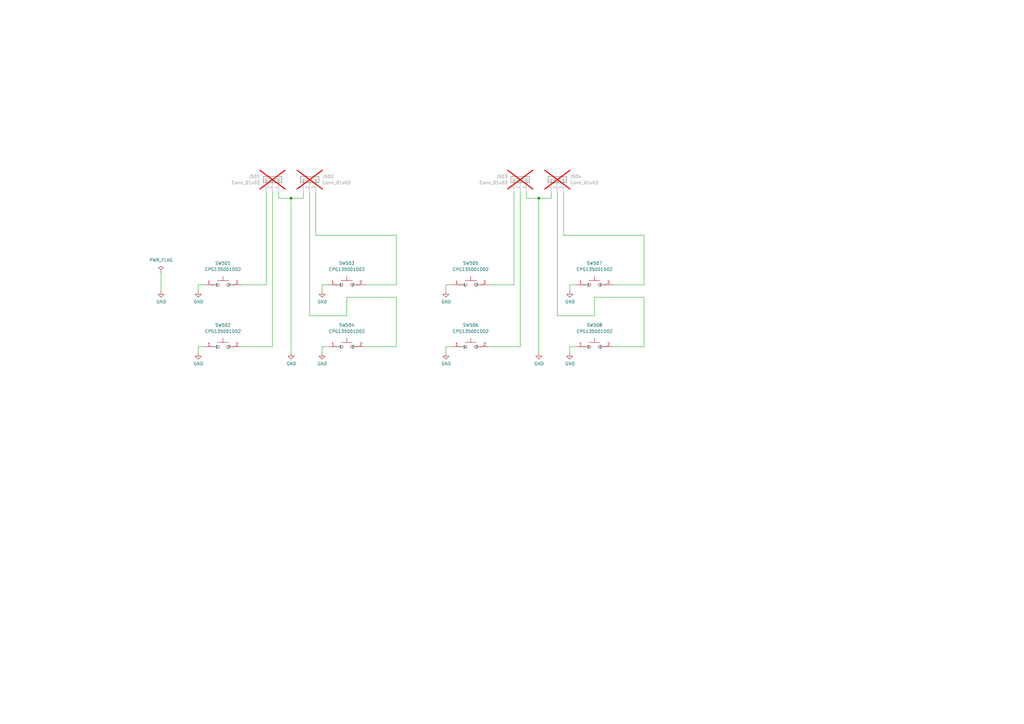
<source format=kicad_sch>
(kicad_sch (version 20231120) (generator "eeschema") (generator_version "8.0")
  (paper "A3")
  (lib_symbols
    (symbol "Connector_Generic:Conn_01x03" (pin_names (offset 1.016) hide)
      (property "Reference" "J" (at 0 5.08 0))
      (property "Value" "Conn_01x03" (at 0 -5.08 0))
      (symbol "Conn_01x03_1_1"
        (rectangle (start -1.27 -2.413) (end 0 -2.667) (stroke (width 0.1524)))
        (rectangle (start -1.27 0.127) (end 0 -0.127) (stroke (width 0.1524)))
        (rectangle (start -1.27 2.667) (end 0 2.413) (stroke (width 0.1524)))
        (rectangle (start -1.27 3.81) (end 1.27 -3.81) (stroke (width 0.254)) (fill (type background)))
        (pin passive line (at -5.08 2.54 0) (length 3.81) (name "Pin_1") (number "1"))
        (pin passive line (at -5.08 0 0) (length 3.81) (name "Pin_2") (number "2"))
        (pin passive line (at -5.08 -2.54 0) (length 3.81) (name "Pin_3") (number "3"))
      )
    )
    (symbol "power:GND" (power) (pin_names (offset 0))
      (property "Value" "GND" (at 0 -3.81 0))
      (symbol "GND_0_1"
        (polyline (pts (xy 0 0) (xy 0 -1.27) (xy 1.27 -1.27) (xy 0 -2.54) (xy -1.27 -1.27) (xy 0 -1.27)))
      )
      (symbol "GND_1_1"
        (pin power_in line (at 0 0 270) (length 0) hide (name "GND") (number "1"))
      )
    )
    (symbol "power:PWR_FLAG" (power) (pin_numbers hide) (pin_names (offset 0) hide)
      (property "Value" "PWR_FLAG" (at 0 3.81 0))
      (symbol "PWR_FLAG_0_0"
        (pin power_out line (at 0 0 90) (length 0) (name "pwr") (number "1"))
      )
      (symbol "PWR_FLAG_0_1"
        (polyline (pts (xy 0 0) (xy 0 1.27) (xy -1.016 1.905) (xy 0 2.54) (xy 1.016 1.905) (xy 0 1.27)))
      )
    )
    (symbol "suku_basics:CPG135001D02"
      (property "Reference" "SW" (at 0 2.54 0))
      (property "Value" "CPG135001D02" (at 0 -7.62 0))
      (symbol "CPG135001D02_0_1"
        (circle (center -2.03 -2.54) (radius 0.51))
        (polyline (pts (xy -5.08 -2.54) (xy -2.54 -2.54)))
        (polyline (pts (xy -2.29 -0.76) (xy 2.29 -0.76)))
        (polyline (pts (xy 0 -0.76) (xy 0 1.02)))
        (polyline (pts (xy 5.08 -2.54) (xy 2.54 -2.54)))
        (circle (center 2.03 -2.54) (radius 0.51))
        (pin unspecified line (at -7.62 -2.54 0) (length 3.81) (name "1") (number "1"))
        (pin unspecified line (at 7.62 -2.54 180) (length 3.81) (name "2") (number "2"))
      )
    )
  )
  (junction (at 220.98 81.28))
  (junction (at 119.38 81.28))
  (wire (pts (xy 129.54 96.52) (xy 162.56 96.52)))
  (wire (pts (xy 251.46 142.24) (xy 264.16 142.24)))
  (wire (pts (xy 251.46 116.84) (xy 264.16 116.84)))
  (wire (pts (xy 119.38 81.28) (xy 124.46 81.28)))
  (wire (pts (xy 81.28 116.84) (xy 81.28 119.38)))
  (wire (pts (xy 182.88 116.84) (xy 182.88 119.38)))
  (wire (pts (xy 220.98 144.78) (xy 220.98 81.28)))
  (wire (pts (xy 149.86 116.84) (xy 162.56 116.84)))
  (wire (pts (xy 228.6 129.54) (xy 243.84 129.54)))
  (wire (pts (xy 66.04 111.76) (xy 66.04 119.38)))
  (wire (pts (xy 129.54 78.74) (xy 129.54 96.52)))
  (wire (pts (xy 132.08 116.84) (xy 132.08 119.38)))
  (wire (pts (xy 149.86 142.24) (xy 162.56 142.24)))
  (wire (pts (xy 264.16 142.24) (xy 264.16 121.92)))
  (wire (pts (xy 127 78.74) (xy 127 129.54)))
  (wire (pts (xy 132.08 142.24) (xy 132.08 144.78)))
  (wire (pts (xy 185.42 142.24) (xy 182.88 142.24)))
  (wire (pts (xy 142.24 129.54) (xy 127 129.54)))
  (wire (pts (xy 83.82 116.84) (xy 81.28 116.84)))
  (wire (pts (xy 99.06 142.24) (xy 111.76 142.24)))
  (wire (pts (xy 236.22 142.24) (xy 233.68 142.24)))
  (wire (pts (xy 215.9 81.28) (xy 215.9 78.74)))
  (wire (pts (xy 182.88 142.24) (xy 182.88 144.78)))
  (wire (pts (xy 99.06 116.84) (xy 109.22 116.84)))
  (wire (pts (xy 200.66 142.24) (xy 213.36 142.24)))
  (wire (pts (xy 210.82 78.74) (xy 210.82 116.84)))
  (wire (pts (xy 213.36 78.74) (xy 213.36 142.24)))
  (wire (pts (xy 142.24 121.92) (xy 142.24 129.54)))
  (wire (pts (xy 83.82 142.24) (xy 81.28 142.24)))
  (wire (pts (xy 162.56 142.24) (xy 162.56 121.92)))
  (wire (pts (xy 231.14 96.52) (xy 264.16 96.52)))
  (wire (pts (xy 220.98 81.28) (xy 215.9 81.28)))
  (wire (pts (xy 162.56 121.92) (xy 142.24 121.92)))
  (wire (pts (xy 124.46 81.28) (xy 124.46 78.74)))
  (wire (pts (xy 236.22 116.84) (xy 233.68 116.84)))
  (wire (pts (xy 233.68 142.24) (xy 233.68 144.78)))
  (wire (pts (xy 231.14 78.74) (xy 231.14 96.52)))
  (wire (pts (xy 233.68 116.84) (xy 233.68 119.38)))
  (wire (pts (xy 264.16 116.84) (xy 264.16 96.52)))
  (wire (pts (xy 185.42 116.84) (xy 182.88 116.84)))
  (wire (pts (xy 200.66 116.84) (xy 210.82 116.84)))
  (wire (pts (xy 228.6 78.74) (xy 228.6 129.54)))
  (wire (pts (xy 134.62 142.24) (xy 132.08 142.24)))
  (wire (pts (xy 134.62 116.84) (xy 132.08 116.84)))
  (wire (pts (xy 264.16 121.92) (xy 243.84 121.92)))
  (wire (pts (xy 109.22 78.74) (xy 109.22 116.84)))
  (wire (pts (xy 81.28 142.24) (xy 81.28 144.78)))
  (wire (pts (xy 162.56 116.84) (xy 162.56 96.52)))
  (wire (pts (xy 114.3 81.28) (xy 114.3 78.74)))
  (wire (pts (xy 119.38 81.28) (xy 114.3 81.28)))
  (wire (pts (xy 243.84 121.92) (xy 243.84 129.54)))
  (wire (pts (xy 226.06 81.28) (xy 226.06 78.74)))
  (wire (pts (xy 220.98 81.28) (xy 226.06 81.28)))
  (wire (pts (xy 119.38 144.78) (xy 119.38 81.28)))
  (wire (pts (xy 111.76 78.74) (xy 111.76 142.24)))
  (symbol (lib_id "power:GND") (at 233.68 144.78 0) (unit 1)
    (property "Reference" "#PWR0511" (effects (hide yes)))
    (property "Value" "GND" (at 233.807 149.1742 0))
  )
  (symbol (lib_id "suku_basics:CPG135001D02") (at 142.24 114.3 0) (unit 1)
    (property "Reference" "SW503" (at 142.24 107.95 0))
    (property "Value" "CPG135001D02" (at 142.24 110.49 0))
    (property "Footprint" "suku_basics:KEY-TH_CPG135001D0X" (effects (hide yes)))
    (property "Datasheet" "https://lcsc.com/product-detail/Tactile-Switches_Kailh-CPG135001D02_C400230.html" (effects (hide yes)))
    (property "LCSC Part" "C400230" (effects (hide yes)))
  )
  (symbol (lib_id "power:GND") (at 182.88 144.78 0) (unit 1)
    (property "Reference" "#PWR0508" (effects (hide yes)))
    (property "Value" "GND" (at 183.007 149.1742 0))
  )
  (symbol (lib_id "suku_basics:CPG135001D02") (at 243.84 139.7 0) (unit 1)
    (property "Reference" "SW508" (at 243.84 133.35 0))
    (property "Value" "CPG135001D02" (at 243.84 135.89 0))
    (property "Footprint" "suku_basics:KEY-TH_CPG135001D0X" (effects (hide yes)))
    (property "Datasheet" "https://lcsc.com/product-detail/Tactile-Switches_Kailh-CPG135001D02_C400230.html" (effects (hide yes)))
    (property "LCSC Part" "C400230" (effects (hide yes)))
  )
  (symbol (lib_id "power:GND") (at 66.04 119.38 0) (unit 1)
    (property "Reference" "#PWR0501" (effects (hide yes)))
    (property "Value" "GND" (at 66.167 123.7742 0))
  )
  (symbol (lib_id "power:GND") (at 81.28 144.78 0) (unit 1)
    (property "Reference" "#PWR0503" (effects (hide yes)))
    (property "Value" "GND" (at 81.407 149.1742 0))
  )
  (symbol (lib_id "Connector_Generic:Conn_01x03") (at 228.6 73.66 90) (unit 1) (in_bom no) (dnp yes)
    (property "Reference" "J504" (at 233.68 72.3899 90) (effects (justify right)))
    (property "Value" "Conn_01x03" (at 233.68 74.9299 90) (effects (justify right)))
    (property "Footprint" "suku_basics:VSNX-BUTTON-SOLDER" (effects (hide yes)))
    (property "Description" "Generic connector, single row, 01x03, script generated (kicad-library-utils/schlib/autogen/connector/)" (effects (hide yes)))
  )
  (symbol (lib_id "power:GND") (at 220.98 144.78 0) (unit 1)
    (property "Reference" "#PWR0509" (effects (hide yes)))
    (property "Value" "GND" (at 221.107 149.1742 0))
  )
  (symbol (lib_id "suku_basics:CPG135001D02") (at 142.24 139.7 0) (unit 1)
    (property "Reference" "SW504" (at 142.24 133.35 0))
    (property "Value" "CPG135001D02" (at 142.24 135.89 0))
    (property "Footprint" "suku_basics:KEY-TH_CPG135001D0X" (effects (hide yes)))
    (property "Datasheet" "https://lcsc.com/product-detail/Tactile-Switches_Kailh-CPG135001D02_C400230.html" (effects (hide yes)))
    (property "LCSC Part" "C400230" (effects (hide yes)))
  )
  (symbol (lib_id "Connector_Generic:Conn_01x03") (at 111.76 73.66 270) (mirror x) (unit 1) (in_bom no) (dnp yes)
    (property "Reference" "J501" (at 106.68 72.3899 90) (effects (justify right)))
    (property "Value" "Conn_01x03" (at 106.68 74.9299 90) (effects (justify right)))
    (property "Footprint" "suku_basics:VSNX-BUTTON-SOLDER" (effects (hide yes)))
    (property "Description" "Generic connector, single row, 01x03, script generated (kicad-library-utils/schlib/autogen/connector/)" (effects (hide yes)))
  )
  (symbol (lib_id "suku_basics:CPG135001D02") (at 91.44 139.7 0) (unit 1)
    (property "Reference" "SW502" (at 91.44 133.35 0))
    (property "Value" "CPG135001D02" (at 91.44 135.89 0))
    (property "Footprint" "suku_basics:KEY-TH_CPG135001D0X" (effects (hide yes)))
    (property "Datasheet" "https://lcsc.com/product-detail/Tactile-Switches_Kailh-CPG135001D02_C400230.html" (effects (hide yes)))
    (property "LCSC Part" "C400230" (effects (hide yes)))
  )
  (symbol (lib_id "power:GND") (at 233.68 119.38 0) (unit 1)
    (property "Reference" "#PWR0510" (effects (hide yes)))
    (property "Value" "GND" (at 233.807 123.7742 0))
  )
  (symbol (lib_id "power:GND") (at 132.08 144.78 0) (unit 1)
    (property "Reference" "#PWR0506" (effects (hide yes)))
    (property "Value" "GND" (at 132.207 149.1742 0))
  )
  (symbol (lib_id "power:GND") (at 182.88 119.38 0) (unit 1)
    (property "Reference" "#PWR0507" (effects (hide yes)))
    (property "Value" "GND" (at 183.007 123.7742 0))
  )
  (symbol (lib_id "Connector_Generic:Conn_01x03") (at 213.36 73.66 270) (mirror x) (unit 1) (in_bom no) (dnp yes)
    (property "Reference" "J503" (at 208.28 72.3899 90) (effects (justify right)))
    (property "Value" "Conn_01x03" (at 208.28 74.9299 90) (effects (justify right)))
    (property "Footprint" "suku_basics:VSNX-BUTTON-SOLDER" (effects (hide yes)))
    (property "Description" "Generic connector, single row, 01x03, script generated (kicad-library-utils/schlib/autogen/connector/)" (effects (hide yes)))
  )
  (symbol (lib_id "power:GND") (at 132.08 119.38 0) (unit 1)
    (property "Reference" "#PWR0505" (effects (hide yes)))
    (property "Value" "GND" (at 132.207 123.7742 0))
  )
  (symbol (lib_id "power:PWR_FLAG") (at 66.04 111.76 0) (unit 1)
    (property "Reference" "#FLG0501" (effects (hide yes)))
    (property "Value" "PWR_FLAG" (at 66.04 106.68 0))
  )
  (symbol (lib_id "suku_basics:CPG135001D02") (at 91.44 114.3 0) (unit 1)
    (property "Reference" "SW501" (at 91.44 107.95 0))
    (property "Value" "CPG135001D02" (at 91.44 110.49 0))
    (property "Footprint" "suku_basics:KEY-TH_CPG135001D0X" (effects (hide yes)))
    (property "Datasheet" "https://lcsc.com/product-detail/Tactile-Switches_Kailh-CPG135001D02_C400230.html" (effects (hide yes)))
    (property "LCSC Part" "C400230" (effects (hide yes)))
  )
  (symbol (lib_id "suku_basics:CPG135001D02") (at 193.04 139.7 0) (unit 1)
    (property "Reference" "SW506" (at 193.04 133.35 0))
    (property "Value" "CPG135001D02" (at 193.04 135.89 0))
    (property "Footprint" "suku_basics:KEY-TH_CPG135001D0X" (effects (hide yes)))
    (property "Datasheet" "https://lcsc.com/product-detail/Tactile-Switches_Kailh-CPG135001D02_C400230.html" (effects (hide yes)))
    (property "LCSC Part" "C400230" (effects (hide yes)))
  )
  (symbol (lib_id "power:GND") (at 81.28 119.38 0) (unit 1)
    (property "Reference" "#PWR0502" (effects (hide yes)))
    (property "Value" "GND" (at 81.407 123.7742 0))
  )
  (symbol (lib_id "power:GND") (at 119.38 144.78 0) (unit 1)
    (property "Reference" "#PWR0504" (effects (hide yes)))
    (property "Value" "GND" (at 119.507 149.1742 0))
  )
  (symbol (lib_id "suku_basics:CPG135001D02") (at 193.04 114.3 0) (unit 1)
    (property "Reference" "SW505" (at 193.04 107.95 0))
    (property "Value" "CPG135001D02" (at 193.04 110.49 0))
    (property "Footprint" "suku_basics:KEY-TH_CPG135001D0X" (effects (hide yes)))
    (property "Datasheet" "https://lcsc.com/product-detail/Tactile-Switches_Kailh-CPG135001D02_C400230.html" (effects (hide yes)))
    (property "LCSC Part" "C400230" (effects (hide yes)))
  )
  (symbol (lib_id "Connector_Generic:Conn_01x03") (at 127 73.66 90) (unit 1) (in_bom no) (dnp yes)
    (property "Reference" "J502" (at 132.08 72.3899 90) (effects (justify right)))
    (property "Value" "Conn_01x03" (at 132.08 74.9299 90) (effects (justify right)))
    (property "Footprint" "suku_basics:VSNX-BUTTON-SOLDER" (effects (hide yes)))
    (property "Description" "Generic connector, single row, 01x03, script generated (kicad-library-utils/schlib/autogen/connector/)" (effects (hide yes)))
  )
  (symbol (lib_id "suku_basics:CPG135001D02") (at 243.84 114.3 0) (unit 1)
    (property "Reference" "SW507" (at 243.84 107.95 0))
    (property "Value" "CPG135001D02" (at 243.84 110.49 0))
    (property "Footprint" "suku_basics:KEY-TH_CPG135001D0X" (effects (hide yes)))
    (property "Datasheet" "https://lcsc.com/product-detail/Tactile-Switches_Kailh-CPG135001D02_C400230.html" (effects (hide yes)))
    (property "LCSC Part" "C400230" (effects (hide yes)))
  )
)
</source>
